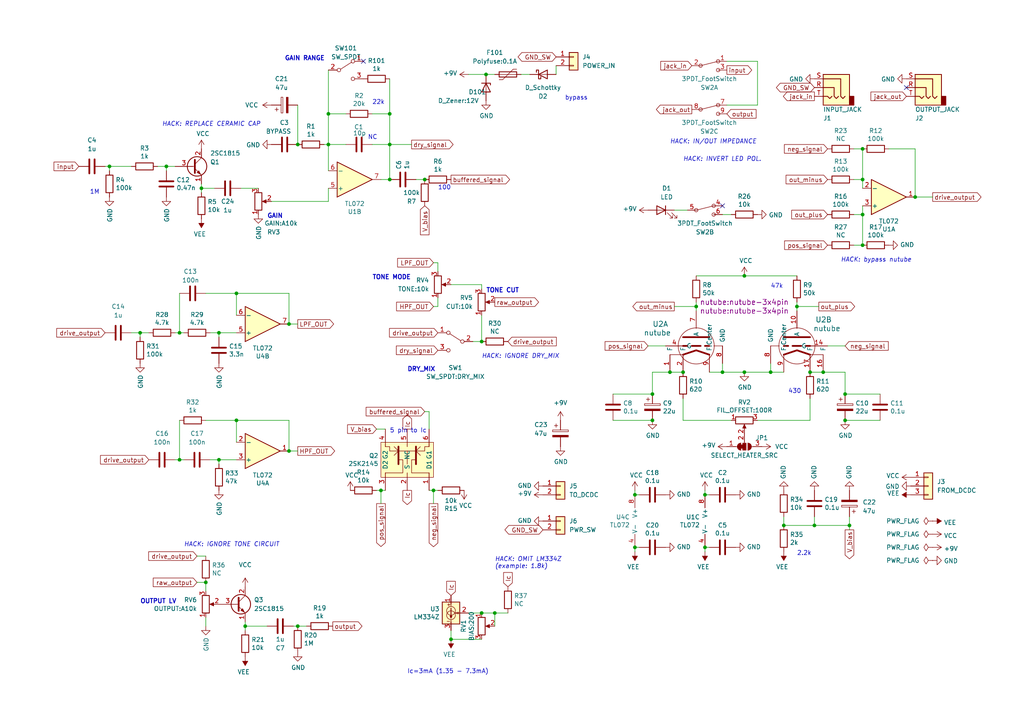
<source format=kicad_sch>
(kicad_sch (version 20211123) (generator eeschema)
  (paper "A4")
  (title_block (title "drive (nubuf v3) main board") (company "MST/MESOTOKYO"))
  (lib_symbols
    (symbol "3PDT_FootSwitch_1"
      (property "Reference" "SW" (at 0 -3.81 0))
      (property "Value" "3PDT_FootSwitch_1" (at 0 5.08 0))
      (symbol "3PDT_FootSwitch_1_1_1"
        (pin bidirectional line (at 5.08 1.27 180) (length 2.54) (name "") (number "1"))
        (pin bidirectional line (at -5.08 0 0) (length 2.54) (name "") (number "2"))
        (pin bidirectional line (at 5.08 -1.27 180) (length 2.54) (name "") (number "3"))
      )
      (symbol "3PDT_FootSwitch_1_2_1"
        (pin bidirectional line (at 5.08 1.27 180) (length 2.54) (name "") (number "4"))
        (pin bidirectional line (at -5.08 0 0) (length 2.54) (name "") (number "5"))
        (pin bidirectional line (at 5.08 -1.27 180) (length 2.54) (name "") (number "6"))
      )
      (symbol "3PDT_FootSwitch_1_3_1"
        (pin bidirectional line (at 5.08 1.27 180) (length 2.54) (name "") (number "7"))
        (pin bidirectional line (at -5.08 0 0) (length 2.54) (name "") (number "8"))
        (pin bidirectional line (at 5.08 -1.27 180) (length 2.54) (name "") (number "9"))
      )
    )
    (symbol "3PDT_FootSwitch_2"
      (property "Reference" "SW" (at 0 -3.81 0))
      (property "Value" "3PDT_FootSwitch_2" (at 0 5.08 0))
      (symbol "3PDT_FootSwitch_2_1_1"
        (pin bidirectional line (at 5.08 1.27 180) (length 2.54) (name "") (number "1"))
        (pin bidirectional line (at -5.08 0 0) (length 2.54) (name "") (number "2"))
        (pin bidirectional line (at 5.08 -1.27 180) (length 2.54) (name "") (number "3"))
      )
      (symbol "3PDT_FootSwitch_2_2_1"
        (pin bidirectional line (at 5.08 1.27 180) (length 2.54) (name "") (number "4"))
        (pin bidirectional line (at -5.08 0 0) (length 2.54) (name "") (number "5"))
        (pin bidirectional line (at 5.08 -1.27 180) (length 2.54) (name "") (number "6"))
      )
      (symbol "3PDT_FootSwitch_2_3_1"
        (pin bidirectional line (at 5.08 1.27 180) (length 2.54) (name "") (number "7"))
        (pin bidirectional line (at -5.08 0 0) (length 2.54) (name "") (number "8"))
        (pin bidirectional line (at 5.08 -1.27 180) (length 2.54) (name "") (number "9"))
      )
    )
    (symbol "Amplifier_Operational:TL072" (pin_names (offset 0.127))
      (property "Reference" "U" (at 0 5.08 0))
      (property "Value" "TL072" (at 0 -5.08 0))
      (symbol "TL072_1_1"
        (pin output line (at 7.62 0 180) (length 2.54) (name "~") (number "1"))
        (pin input line (at -7.62 -2.54 0) (length 2.54) (name "-") (number "2"))
        (pin input line (at -7.62 2.54 0) (length 2.54) (name "+") (number "3"))
      )
      (symbol "TL072_2_1"
        (pin input line (at -7.62 2.54 0) (length 2.54) (name "+") (number "5"))
        (pin input line (at -7.62 -2.54 0) (length 2.54) (name "-") (number "6"))
        (pin output line (at 7.62 0 180) (length 2.54) (name "~") (number "7"))
      )
      (symbol "TL072_3_1"
        (pin power_in line (at -2.54 -7.62 90) (length 3.81) (name "V-") (number "4"))
        (pin power_in line (at -2.54 7.62 270) (length 3.81) (name "V+") (number "8"))
      )
    )
    (symbol "Connector:AudioJack3"
      (property "Reference" "J" (at 0 8.89 0))
      (property "Value" "AudioJack3" (at 0 6.35 0))
      (symbol "AudioJack3_1_1"
        (pin passive line (at 5.08 0 180) (length 2.54) (name "~") (number "R"))
        (pin passive line (at 5.08 2.54 180) (length 2.54) (name "~") (number "S"))
        (pin passive line (at 5.08 -2.54 180) (length 2.54) (name "~") (number "T"))
      )
    )
    (symbol "Connector_Generic:Conn_01x02" (pin_names (offset 1.016) hide)
      (property "Reference" "J" (at 0 2.54 0))
      (property "Value" "Conn_01x02" (at 0 -5.08 0))
      (symbol "Conn_01x02_1_1"
        (pin passive line (at -5.08 0 0) (length 3.81) (name "Pin_1") (number "1"))
        (pin passive line (at -5.08 -2.54 0) (length 3.81) (name "Pin_2") (number "2"))
      )
    )
    (symbol "Connector_Generic:Conn_01x03" (pin_names (offset 1.016) hide)
      (property "Reference" "J" (at 0 5.08 0))
      (property "Value" "Conn_01x03" (at 0 -5.08 0))
      (symbol "Conn_01x03_1_1"
        (pin passive line (at -5.08 2.54 0) (length 3.81) (name "Pin_1") (number "1"))
        (pin passive line (at -5.08 0 0) (length 3.81) (name "Pin_2") (number "2"))
        (pin passive line (at -5.08 -2.54 0) (length 3.81) (name "Pin_3") (number "3"))
      )
    )
    (symbol "Device:C" (pin_numbers hide) (pin_names (offset 0.254))
      (property "Reference" "C" (at 0.635 2.54 0))
      (property "Value" "C" (at 0.635 -2.54 0))
      (symbol "C_1_1"
        (pin passive line (at 0 3.81 270) (length 2.794) (name "~") (number "1"))
        (pin passive line (at 0 -3.81 90) (length 2.794) (name "~") (number "2"))
      )
    )
    (symbol "Device:C_Polarized" (pin_numbers hide) (pin_names (offset 0.254))
      (property "Reference" "C" (at 0.635 2.54 0))
      (property "Value" "C_Polarized" (at 0.635 -2.54 0))
      (symbol "C_Polarized_1_1"
        (pin passive line (at 0 3.81 270) (length 2.794) (name "~") (number "1"))
        (pin passive line (at 0 -3.81 90) (length 2.794) (name "~") (number "2"))
      )
    )
    (symbol "Device:D_Schottky" (pin_numbers hide) (pin_names (offset 1.016) hide)
      (property "Reference" "D" (at 0 2.54 0))
      (property "Value" "D_Schottky" (at 0 -2.54 0))
      (symbol "D_Schottky_1_1"
        (pin passive line (at -3.81 0 0) (length 2.54) (name "K") (number "1"))
        (pin passive line (at 3.81 0 180) (length 2.54) (name "A") (number "2"))
      )
    )
    (symbol "Device:D_Zener" (pin_numbers hide) (pin_names (offset 1.016) hide)
      (property "Reference" "D" (at 0 2.54 0))
      (property "Value" "D_Zener" (at 0 -2.54 0))
      (symbol "D_Zener_1_1"
        (pin passive line (at -3.81 0 0) (length 2.54) (name "K") (number "1"))
        (pin passive line (at 3.81 0 180) (length 2.54) (name "A") (number "2"))
      )
    )
    (symbol "Device:LED" (pin_numbers hide) (pin_names (offset 1.016) hide)
      (property "Reference" "D" (at 0 2.54 0))
      (property "Value" "LED" (at 0 -2.54 0))
      (symbol "LED_1_1"
        (pin passive line (at -3.81 0 0) (length 2.54) (name "K") (number "1"))
        (pin passive line (at 3.81 0 180) (length 2.54) (name "A") (number "2"))
      )
    )
    (symbol "Device:Polyfuse" (pin_numbers hide) (pin_names (offset 0))
      (property "Reference" "F" (at -2.54 0 90))
      (property "Value" "Polyfuse" (at 2.54 0 90))
      (symbol "Polyfuse_1_1"
        (pin passive line (at 0 3.81 270) (length 1.27) (name "~") (number "1"))
        (pin passive line (at 0 -3.81 90) (length 1.27) (name "~") (number "2"))
      )
    )
    (symbol "Device:R" (pin_numbers hide) (pin_names (offset 0))
      (property "Reference" "R" (at 2.032 0 90))
      (property "Value" "R" (at 0 0 90))
      (symbol "R_1_1"
        (pin passive line (at 0 3.81 270) (length 1.27) (name "~") (number "1"))
        (pin passive line (at 0 -3.81 90) (length 1.27) (name "~") (number "2"))
      )
    )
    (symbol "Device:R_Potentiometer" (pin_names (offset 1.016) hide)
      (property "Reference" "RV" (at -4.445 0 90))
      (property "Value" "R_Potentiometer" (at -2.54 0 90))
      (symbol "R_Potentiometer_1_1"
        (pin passive line (at 0 3.81 270) (length 1.27) (name "1") (number "1"))
        (pin passive line (at 3.81 0 180) (length 1.27) (name "2") (number "2"))
        (pin passive line (at 0 -3.81 90) (length 1.27) (name "3") (number "3"))
      )
    )
    (symbol "Jumper:SolderJumper_3_Bridged12" (pin_names (offset 0) hide)
      (property "Reference" "JP" (at -2.54 -2.54 0))
      (property "Value" "SolderJumper_3_Bridged12" (at 0 2.794 0))
      (symbol "SolderJumper_3_Bridged12_1_1"
        (pin passive line (at -5.08 0 0) (length 2.54) (name "A") (number "1"))
        (pin passive line (at 0 -3.81 90) (length 2.54) (name "C") (number "2"))
        (pin passive line (at 5.08 0 180) (length 2.54) (name "B") (number "3"))
      )
    )
    (symbol "Reference_Current:LM334Z"
      (property "Reference" "U" (at 0.635 6.35 0))
      (property "Value" "LM334Z" (at 0.635 4.445 0))
      (symbol "LM334Z_1_1"
        (pin passive line (at 0 5.08 270) (length 2.54) (name "~") (number "1"))
        (pin passive line (at 5.08 0 180) (length 2.54) (name "~") (number "2"))
        (pin passive line (at 0 -5.08 90) (length 2.54) (name "~") (number "3"))
      )
    )
    (symbol "Switch:SW_SPDT" (pin_names (offset 0) hide)
      (property "Reference" "SW" (at 0 4.318 0))
      (property "Value" "SW_SPDT" (at 0 -5.08 0))
      (symbol "SW_SPDT_1_1"
        (pin passive line (at 5.08 2.54 180) (length 2.54) (name "A") (number "1"))
        (pin passive line (at -5.08 0 0) (length 2.54) (name "B") (number "2"))
        (pin passive line (at 5.08 -2.54 180) (length 2.54) (name "C") (number "3"))
      )
    )
    (symbol "Transistor_BJT:2SC1815" (pin_names (offset 0) hide)
      (property "Reference" "Q" (at 5.08 1.905 0))
      (property "Value" "2SC1815" (at 5.08 0 0))
      (symbol "2SC1815_1_1"
        (pin passive line (at 2.54 -5.08 90) (length 2.54) (name "E") (number "1"))
        (pin passive line (at 2.54 5.08 270) (length 2.54) (name "C") (number "2"))
        (pin input line (at -5.08 0 0) (length 5.08) (name "B") (number "3"))
      )
    )
    (symbol "ak_misc:2SK2145_6P" (pin_names (offset 1.016))
      (property "Reference" "Q" (at 8.89 1.27 0))
      (property "Value" "2SK2145_6P" (at 13.97 -1.27 0))
      (symbol "2SK2145_6P_1_1"
        (pin passive line (at -6.35 -8.89 90) (length 5.08) (name "D1") (number "1"))
        (pin passive line (at 0 -8.89 90) (length 5.08) (name "S") (number "2"))
        (pin passive line (at 6.35 -8.89 90) (length 5.08) (name "D2") (number "3"))
        (pin passive line (at 6.35 8.89 270) (length 5.08) (name "G2") (number "4"))
        (pin passive line (at 0 8.89 270) (length 5.08) (name "NC") (number "5"))
        (pin passive line (at -6.35 8.89 270) (length 5.08) (name "G1") (number "6"))
      )
    )
    (symbol "ak_misc:3PDT_FootSwitch"
      (property "Reference" "SW" (at 0 -3.81 0))
      (property "Value" "3PDT_FootSwitch" (at 0 5.08 0))
      (symbol "3PDT_FootSwitch_1_1"
        (pin bidirectional line (at 5.08 1.27 180) (length 2.54) (name "") (number "1"))
        (pin bidirectional line (at -5.08 0 0) (length 2.54) (name "") (number "2"))
        (pin bidirectional line (at 5.08 -1.27 180) (length 2.54) (name "") (number "3"))
      )
      (symbol "3PDT_FootSwitch_2_1"
        (pin bidirectional line (at 5.08 1.27 180) (length 2.54) (name "") (number "4"))
        (pin bidirectional line (at -5.08 0 0) (length 2.54) (name "") (number "5"))
        (pin bidirectional line (at 5.08 -1.27 180) (length 2.54) (name "") (number "6"))
      )
      (symbol "3PDT_FootSwitch_3_1"
        (pin bidirectional line (at 5.08 1.27 180) (length 2.54) (name "") (number "7"))
        (pin bidirectional line (at -5.08 0 0) (length 2.54) (name "") (number "8"))
        (pin bidirectional line (at 5.08 -1.27 180) (length 2.54) (name "") (number "9"))
      )
    )
    (symbol "nutube:nutube" (pin_names (offset 1.016))
      (property "Reference" "U" (at 5.08 6.35 0))
      (property "Value" "nutube" (at 5.08 8.89 0))
      (symbol "nutube_0_1"
        (pin power_in line (at 7.62 -5.08 90) (length 5.08) (name "GND") (number "8"))
        (pin passive line (at 3.81 -7.62 90) (length 5.08) (name "F.Center") (number "9"))
      )
      (symbol "nutube_1_1"
        (pin passive line (at -7.62 -7.62 90) (length 5.08) (name "F") (number "1"))
        (pin passive line (at -3.81 -7.62 90) (length 5.08) (name "F") (number "2"))
        (pin input line (at -8.89 0 0) (length 5.08) (name "G") (number "4"))
        (pin output line (at 0 10.16 270) (length 5.08) (name "A") (number "7"))
      )
      (symbol "nutube_2_1"
        (pin output line (at 0 10.16 270) (length 5.08) (name "A") (number "10"))
        (pin input line (at -8.89 0 0) (length 5.08) (name "G") (number "14"))
        (pin passive line (at -7.62 -7.62 90) (length 5.08) (name "F") (number "16"))
        (pin passive line (at -3.81 -7.62 90) (length 5.08) (name "F") (number "17"))
      )
    )
    (symbol "nutube_1" (pin_names (offset 1.016))
      (property "Reference" "U" (at 5.08 6.35 0))
      (property "Value" "nutube_1" (at 5.08 8.89 0))
      (symbol "nutube_1_0_1"
        (pin power_in line (at 7.62 -5.08 90) (length 5.08) (name "GND") (number "8"))
        (pin passive line (at 3.81 -7.62 90) (length 5.08) (name "F.Center") (number "9"))
      )
      (symbol "nutube_1_1_1"
        (pin passive line (at -7.62 -7.62 90) (length 5.08) (name "F") (number "1"))
        (pin passive line (at -3.81 -7.62 90) (length 5.08) (name "F") (number "2"))
        (pin input line (at -8.89 0 0) (length 5.08) (name "G") (number "4"))
        (pin output line (at 0 10.16 270) (length 5.08) (name "A") (number "7"))
      )
      (symbol "nutube_1_2_1"
        (pin output line (at 0 10.16 270) (length 5.08) (name "A") (number "10"))
        (pin input line (at -8.89 0 0) (length 5.08) (name "G") (number "14"))
        (pin passive line (at -7.62 -7.62 90) (length 5.08) (name "F") (number "16"))
        (pin passive line (at -3.81 -7.62 90) (length 5.08) (name "F") (number "17"))
      )
    )
    (symbol "power:+9V" (power) (pin_names (offset 0))
      (property "Value" "+9V" (at 0 3.556 0))
      (symbol "+9V_1_1"
        (pin power_in line (at 0 0 90) (length 0) hide (name "+9V") (number "1"))
      )
    )
    (symbol "power:GND" (power) (pin_names (offset 0))
      (property "Value" "GND" (at 0 -3.81 0))
      (symbol "GND_1_1"
        (pin power_in line (at 0 0 270) (length 0) hide (name "GND") (number "1"))
      )
    )
    (symbol "power:PWR_FLAG" (power) (pin_numbers hide) (pin_names (offset 0) hide)
      (property "Value" "PWR_FLAG" (at 0 3.81 0))
      (symbol "PWR_FLAG_0_0"
        (pin power_out line (at 0 0 90) (length 0) (name "pwr") (number "1"))
      )
    )
    (symbol "power:VCC" (power) (pin_names (offset 0))
      (property "Value" "VCC" (at 0 3.81 0))
      (symbol "VCC_1_1"
        (pin power_in line (at 0 0 90) (length 0) hide (name "VCC") (number "1"))
      )
    )
    (symbol "power:VEE" (power) (pin_names (offset 0))
      (property "Value" "VEE" (at 0 3.81 0))
      (symbol "VEE_1_1"
        (pin power_in line (at 0 0 90) (length 0) hide (name "VEE") (number "1"))
      )
    )
  )
  (junction (at 48.26 48.26))
  (junction (at 265.43 57.15))
  (junction (at 40.64 96.52))
  (junction (at 198.12 107.95))
  (junction (at 110.49 142.24))
  (junction (at 71.12 181.61))
  (junction (at 125.73 142.24))
  (junction (at 83.82 93.98))
  (junction (at 194.31 107.95))
  (junction (at 95.25 41.91))
  (junction (at 250.19 52.07))
  (junction (at 245.11 121.92))
  (junction (at 59.69 168.91))
  (junction (at 63.5 96.52))
  (junction (at 215.9 107.95))
  (junction (at 83.82 130.81))
  (junction (at 113.03 33.02))
  (junction (at 204.47 158.75))
  (junction (at 250.19 62.23))
  (junction (at 250.19 71.12))
  (junction (at 113.03 52.07))
  (junction (at 113.03 41.91))
  (junction (at 95.25 33.02))
  (junction (at 250.19 43.18))
  (junction (at 86.36 41.91))
  (junction (at 236.22 152.4))
  (junction (at 68.58 85.09))
  (junction (at 189.23 121.92))
  (junction (at 238.76 107.95))
  (junction (at 209.55 107.95))
  (junction (at 31.75 48.26))
  (junction (at 139.7 177.8))
  (junction (at 86.36 181.61))
  (junction (at 227.33 152.4))
  (junction (at 140.97 21.59))
  (junction (at 184.15 143.51))
  (junction (at 201.93 88.9))
  (junction (at 246.38 152.4))
  (junction (at 139.7 99.06))
  (junction (at 52.07 133.35))
  (junction (at 58.42 54.61))
  (junction (at 189.23 114.3))
  (junction (at 204.47 143.51))
  (junction (at 143.51 177.8))
  (junction (at 215.9 80.01))
  (junction (at 130.81 185.42))
  (junction (at 231.14 88.9))
  (junction (at 63.5 133.35))
  (junction (at 234.95 107.95))
  (junction (at 68.58 121.92))
  (junction (at 223.52 107.95))
  (junction (at 123.19 52.07))
  (junction (at 184.15 158.75))
  (junction (at 245.11 114.3))
  (junction (at 52.07 96.52))
  (no_connect (at 262.89 25.4))
  (no_connect (at 105.41 17.78))
  (no_connect (at 209.55 59.69))
  (wire (pts (xy 125.73 142.24) (xy 125.73 146.05)))
  (wire (pts (xy 68.58 121.92) (xy 83.82 121.92)))
  (wire (pts (xy 85.09 181.61) (xy 86.36 181.61)))
  (wire (pts (xy 185.42 143.51) (xy 184.15 143.51)))
  (wire (pts (xy 185.42 158.75) (xy 184.15 158.75)))
  (wire (pts (xy 127 86.36) (xy 127 88.9)))
  (wire (pts (xy 78.74 58.42) (xy 95.25 58.42)))
  (wire (pts (xy 58.42 54.61) (xy 58.42 55.88)))
  (wire (pts (xy 113.03 41.91) (xy 113.03 52.07)))
  (wire (pts (xy 107.95 33.02) (xy 113.03 33.02)))
  (wire (pts (xy 48.26 48.26) (xy 48.26 49.53)))
  (wire (pts (xy 250.19 62.23) (xy 250.19 71.12)))
  (wire (pts (xy 151.13 21.59) (xy 153.67 21.59)))
  (wire (pts (xy 189.23 107.95) (xy 189.23 114.3)))
  (wire (pts (xy 125.73 142.24) (xy 124.46 142.24)))
  (wire (pts (xy 255.27 114.3) (xy 245.11 114.3)))
  (wire (pts (xy 201.93 88.9) (xy 201.93 87.63)))
  (wire (pts (xy 198.12 121.92) (xy 198.12 115.57)))
  (wire (pts (xy 223.52 107.95) (xy 215.9 107.95)))
  (wire (pts (xy 231.14 88.9) (xy 231.14 87.63)))
  (wire (pts (xy 52.07 85.09) (xy 52.07 96.52)))
  (wire (pts (xy 212.09 62.23) (xy 209.55 62.23)))
  (wire (pts (xy 140.97 21.59) (xy 143.51 21.59)))
  (wire (pts (xy 113.03 33.02) (xy 113.03 41.91)))
  (wire (pts (xy 139.7 83.82) (xy 139.7 82.55)))
  (wire (pts (xy 205.74 143.51) (xy 204.47 143.51)))
  (wire (pts (xy 250.19 52.07) (xy 250.19 54.61)))
  (wire (pts (xy 250.19 59.69) (xy 250.19 62.23)))
  (wire (pts (xy 130.81 185.42) (xy 139.7 185.42)))
  (wire (pts (xy 50.8 96.52) (xy 52.07 96.52)))
  (wire (pts (xy 30.48 48.26) (xy 31.75 48.26)))
  (wire (pts (xy 62.23 54.61) (xy 58.42 54.61)))
  (wire (pts (xy 57.15 168.91) (xy 59.69 168.91)))
  (wire (pts (xy 137.16 99.06) (xy 139.7 99.06)))
  (wire (pts (xy 40.64 96.52) (xy 43.18 96.52)))
  (wire (pts (xy 257.81 43.18) (xy 265.43 43.18)))
  (wire (pts (xy 227.33 152.4) (xy 236.22 152.4)))
  (wire (pts (xy 86.36 30.48) (xy 86.36 41.91)))
  (wire (pts (xy 193.04 100.33) (xy 187.96 100.33)))
  (wire (pts (xy 215.9 80.01) (xy 201.93 80.01)))
  (wire (pts (xy 63.5 96.52) (xy 68.58 96.52)))
  (wire (pts (xy 201.93 90.17) (xy 201.93 88.9)))
  (wire (pts (xy 59.69 121.92) (xy 68.58 121.92)))
  (wire (pts (xy 227.33 107.95) (xy 223.52 107.95)))
  (wire (pts (xy 63.5 133.35) (xy 63.5 134.62)))
  (wire (pts (xy 48.26 48.26) (xy 50.8 48.26)))
  (wire (pts (xy 110.49 142.24) (xy 110.49 146.05)))
  (wire (pts (xy 111.76 142.24) (xy 110.49 142.24)))
  (wire (pts (xy 234.95 115.57) (xy 234.95 121.92)))
  (wire (pts (xy 95.25 54.61) (xy 95.25 58.42)))
  (wire (pts (xy 50.8 133.35) (xy 52.07 133.35)))
  (wire (pts (xy 110.49 142.24) (xy 109.22 142.24)))
  (wire (pts (xy 71.12 181.61) (xy 71.12 180.34)))
  (wire (pts (xy 247.65 71.12) (xy 250.19 71.12)))
  (wire (pts (xy 59.69 85.09) (xy 68.58 85.09)))
  (wire (pts (xy 52.07 133.35) (xy 53.34 133.35)))
  (wire (pts (xy 83.82 130.81) (xy 86.36 130.81)))
  (wire (pts (xy 231.14 80.01) (xy 215.9 80.01)))
  (wire (pts (xy 139.7 91.44) (xy 139.7 99.06)))
  (wire (pts (xy 204.47 158.75) (xy 204.47 160.02)))
  (wire (pts (xy 143.51 177.8) (xy 147.32 177.8)))
  (wire (pts (xy 60.96 133.35) (xy 63.5 133.35)))
  (wire (pts (xy 127 78.74) (xy 127 76.2)))
  (wire (pts (xy 250.19 62.23) (xy 247.65 62.23)))
  (wire (pts (xy 95.25 20.32) (xy 95.25 33.02)))
  (wire (pts (xy 110.49 52.07) (xy 113.03 52.07)))
  (wire (pts (xy 127 142.24) (xy 125.73 142.24)))
  (wire (pts (xy 57.15 161.29) (xy 59.69 161.29)))
  (wire (pts (xy 68.58 85.09) (xy 83.82 85.09)))
  (wire (pts (xy 31.75 48.26) (xy 38.1 48.26)))
  (wire (pts (xy 246.38 149.86) (xy 246.38 152.4)))
  (wire (pts (xy 95.25 41.91) (xy 95.25 33.02)))
  (wire (pts (xy 58.42 53.34) (xy 58.42 54.61)))
  (wire (pts (xy 130.81 182.88) (xy 130.81 185.42)))
  (wire (pts (xy 68.58 128.27) (xy 68.58 121.92)))
  (wire (pts (xy 201.93 88.9) (xy 195.58 88.9)))
  (wire (pts (xy 245.11 107.95) (xy 245.11 114.3)))
  (wire (pts (xy 236.22 152.4) (xy 246.38 152.4)))
  (wire (pts (xy 135.89 177.8) (xy 139.7 177.8)))
  (wire (pts (xy 194.31 107.95) (xy 198.12 107.95)))
  (wire (pts (xy 265.43 43.18) (xy 265.43 57.15)))
  (wire (pts (xy 184.15 158.75) (xy 184.15 160.02)))
  (wire (pts (xy 209.55 107.95) (xy 215.9 107.95)))
  (wire (pts (xy 199.39 60.96) (xy 195.58 60.96)))
  (wire (pts (xy 109.22 124.46) (xy 111.76 124.46)))
  (wire (pts (xy 238.76 107.95) (xy 245.11 107.95)))
  (wire (pts (xy 209.55 105.41) (xy 209.55 107.95)))
  (wire (pts (xy 227.33 149.86) (xy 227.33 152.4)))
  (wire (pts (xy 40.64 96.52) (xy 40.64 97.79)))
  (wire (pts (xy 265.43 57.15) (xy 270.51 57.15)))
  (wire (pts (xy 210.82 30.48) (xy 219.71 30.48)))
  (wire (pts (xy 60.96 96.52) (xy 63.5 96.52)))
  (wire (pts (xy 95.25 41.91) (xy 95.25 49.53)))
  (wire (pts (xy 93.98 41.91) (xy 95.25 41.91)))
  (wire (pts (xy 107.95 41.91) (xy 113.03 41.91)))
  (wire (pts (xy 198.12 121.92) (xy 212.09 121.92)))
  (wire (pts (xy 113.03 22.86) (xy 113.03 33.02)))
  (wire (pts (xy 219.71 17.78) (xy 219.71 30.48)))
  (wire (pts (xy 77.47 181.61) (xy 71.12 181.61)))
  (wire (pts (xy 177.8 114.3) (xy 189.23 114.3)))
  (wire (pts (xy 205.74 107.95) (xy 209.55 107.95)))
  (wire (pts (xy 234.95 107.95) (xy 238.76 107.95)))
  (wire (pts (xy 177.8 121.92) (xy 189.23 121.92)))
  (wire (pts (xy 143.51 177.8) (xy 143.51 181.61)))
  (wire (pts (xy 95.25 33.02) (xy 100.33 33.02)))
  (wire (pts (xy 161.29 19.05) (xy 161.29 21.59)))
  (wire (pts (xy 234.95 121.92) (xy 219.71 121.92)))
  (wire (pts (xy 59.69 171.45) (xy 59.69 168.91)))
  (wire (pts (xy 204.47 142.24) (xy 204.47 143.51)))
  (wire (pts (xy 59.69 179.07) (xy 59.69 181.61)))
  (wire (pts (xy 247.65 52.07) (xy 250.19 52.07)))
  (wire (pts (xy 52.07 121.92) (xy 52.07 133.35)))
  (wire (pts (xy 38.1 96.52) (xy 40.64 96.52)))
  (wire (pts (xy 246.38 152.4) (xy 246.38 153.67)))
  (wire (pts (xy 124.46 124.46) (xy 124.46 119.38)))
  (wire (pts (xy 31.75 48.26) (xy 31.75 49.53)))
  (wire (pts (xy 113.03 41.91) (xy 119.38 41.91)))
  (wire (pts (xy 236.22 149.86) (xy 236.22 152.4)))
  (wire (pts (xy 95.25 41.91) (xy 100.33 41.91)))
  (wire (pts (xy 250.19 43.18) (xy 250.19 52.07)))
  (wire (pts (xy 68.58 91.44) (xy 68.58 85.09)))
  (wire (pts (xy 255.27 121.92) (xy 245.11 121.92)))
  (wire (pts (xy 194.31 107.95) (xy 189.23 107.95)))
  (wire (pts (xy 231.14 88.9) (xy 237.49 88.9)))
  (wire (pts (xy 52.07 96.52) (xy 53.34 96.52)))
  (wire (pts (xy 184.15 142.24) (xy 184.15 143.51)))
  (wire (pts (xy 63.5 96.52) (xy 63.5 97.79)))
  (wire (pts (xy 63.5 133.35) (xy 68.58 133.35)))
  (wire (pts (xy 210.82 17.78) (xy 219.71 17.78)))
  (wire (pts (xy 69.85 54.61) (xy 74.93 54.61)))
  (wire (pts (xy 45.72 48.26) (xy 48.26 48.26)))
  (wire (pts (xy 125.73 76.2) (xy 127 76.2)))
  (wire (pts (xy 135.89 21.59) (xy 140.97 21.59)))
  (wire (pts (xy 205.74 158.75) (xy 204.47 158.75)))
  (wire (pts (xy 83.82 85.09) (xy 83.82 93.98)))
  (wire (pts (xy 120.65 52.07) (xy 123.19 52.07)))
  (wire (pts (xy 83.82 93.98) (xy 86.36 93.98)))
  (wire (pts (xy 245.11 100.33) (xy 240.03 100.33)))
  (wire (pts (xy 123.19 119.38) (xy 124.46 119.38)))
  (wire (pts (xy 223.52 105.41) (xy 223.52 107.95)))
  (wire (pts (xy 86.36 181.61) (xy 88.9 181.61)))
  (wire (pts (xy 247.65 43.18) (xy 250.19 43.18)))
  (wire (pts (xy 130.81 82.55) (xy 139.7 82.55)))
  (wire (pts (xy 125.73 88.9) (xy 127 88.9)))
  (wire (pts (xy 231.14 90.17) (xy 231.14 88.9)))
  (wire (pts (xy 83.82 130.81) (xy 83.82 121.92)))
  (wire (pts (xy 143.51 177.8) (xy 139.7 177.8)))
  (wire (pts (xy 71.12 181.61) (xy 71.12 182.88)))
  (text "GAIN RANGE" (at 82.55 17.78 0) (effects (font (size 1.27 1.27) (thickness 0.254) bold) (justify left bottom)))
  (text "GAIN" (at 77.47 63.5 0) (effects (font (size 1.27 1.27) (thickness 0.254) bold) (justify left bottom)))
  (text "HACK: REPLACE CERAMIC CAP" (at 46.99 36.83 0) (effects (font (size 1.27 1.27) italic) (justify left bottom)))
  (text "HACK: OMIT LM334Z\n(example: 1.8k)" (at 143.51 165.1 0) (effects (font (size 1.27 1.27) italic) (justify left bottom)))
  (text "TONE MODE" (at 107.95 81.28 0) (effects (font (size 1.27 1.27) bold) (justify left bottom)))
  (text "HACK: bypass nutube" (at 243.84 76.2 0) (effects (font (size 1.27 1.27) italic) (justify left bottom)))
  (text "DRY_MIX" (at 118.11 107.95 0) (effects (font (size 1.27 1.27) bold) (justify left bottom)))
  (text "5 pin to Ic\n" (at 113.03 125.73 0) (effects (font (size 1.27 1.27)) (justify left bottom)))
  (text "TONE CUT" (at 140.97 85.09 0) (effects (font (size 1.27 1.27) bold) (justify left bottom)))
  (text "1M" (at 26.035 56.515 0) (effects (font (size 1.27 1.27)) (justify left bottom)))
  (text "HACK: INVERT LED POL." (at 198.12 46.99 0) (effects (font (size 1.27 1.27) italic) (justify left bottom)))
  (text "bypass" (at 163.83 29.21 0) (effects (font (size 1.27 1.27)) (justify left bottom)))
  (text "Ic=3mA (1.35 - 7.3mA)" (at 118.11 195.58 0) (effects (font (size 1.27 1.27)) (justify left bottom)))
  (text "47k" (at 223.52 83.82 0) (effects (font (size 1.27 1.27)) (justify left bottom)))
  (text "100" (at 127 55.245 0) (effects (font (size 1.27 1.27)) (justify left bottom)))
  (text "HACK: IN/OUT IMPEDANCE" (at 194.31 41.91 0) (effects (font (size 1.27 1.27) italic) (justify left bottom)))
  (text "430" (at 228.6 114.3 0) (effects (font (size 1.27 1.27)) (justify left bottom)))
  (text "HACK: IGNORE TONE CIRCUIT" (at 53.34 158.75 0) (effects (font (size 1.27 1.27) italic) (justify left bottom)))
  (text "OUTPUT LV" (at 40.64 175.26 0) (effects (font (size 1.27 1.27) (thickness 0.254) bold) (justify left bottom)))
  (text "22k" (at 107.95 30.48 0) (effects (font (size 1.27 1.27)) (justify left bottom)))
  (text "NC" (at 106.68 40.64 0) (effects (font (size 1.27 1.27)) (justify left bottom)))
  (text "2.2k" (at 231.14 161.29 0) (effects (font (size 1.27 1.27)) (justify left bottom)))
  (text "HACK: IGNORE DRY_MIX" (at 139.7 104.14 0) (effects (font (size 1.27 1.27) italic) (justify left bottom)))
  (global_label "jack_in" (shape output) (at 236.22 27.94 180) (property "Intersheet References" "${INTERSHEET_REFS}" (effects hide)))
  (global_label "GND_SW" (shape bidirectional) (at 236.22 25.4 180) (property "Intersheet References" "${INTERSHEET_REFS}" (effects hide)))
  (global_label "out_plus" (shape output) (at 237.49 88.9 0) (property "Intersheet References" "${INTERSHEET_REFS}" (effects hide)))
  (global_label "HPF_OUT" (shape output) (at 86.36 130.81 0) (property "Intersheet References" "${INTERSHEET_REFS}" (effects hide)))
  (global_label "Ic" (shape input) (at 147.32 170.18 90) (property "Intersheet References" "${INTERSHEET_REFS}" (effects hide)))
  (global_label "output" (shape input) (at 210.82 33.02 0) (property "Intersheet References" "${INTERSHEET_REFS}" (effects hide)))
  (global_label "Ic" (shape input) (at 130.81 172.72 90) (property "Intersheet References" "${INTERSHEET_REFS}" (effects hide)))
  (global_label "Ic" (shape output) (at 118.11 124.46 90) (property "Intersheet References" "${INTERSHEET_REFS}" (effects hide)))
  (global_label "drive_output" (shape input) (at 30.48 96.52 180) (property "Intersheet References" "${INTERSHEET_REFS}" (effects hide)))
  (global_label "pos_signal" (shape output) (at 110.49 146.05 270) (property "Intersheet References" "${INTERSHEET_REFS}" (effects hide)))
  (global_label "Ic" (shape output) (at 118.11 142.24 270) (property "Intersheet References" "${INTERSHEET_REFS}" (effects hide)))
  (global_label "GND_SW" (shape bidirectional) (at 157.48 153.67 180) (property "Intersheet References" "${INTERSHEET_REFS}" (effects hide)))
  (global_label "V_bias" (shape input) (at 109.22 124.46 180) (property "Intersheet References" "${INTERSHEET_REFS}" (effects hide)))
  (global_label "jack_out" (shape output) (at 200.66 31.75 180) (property "Intersheet References" "${INTERSHEET_REFS}" (effects hide)))
  (global_label "neg_signal" (shape output) (at 125.73 146.05 270) (property "Intersheet References" "${INTERSHEET_REFS}" (effects hide)))
  (global_label "dry_signal" (shape input) (at 127 101.6 180) (property "Intersheet References" "${INTERSHEET_REFS}" (effects hide)))
  (global_label "input" (shape output) (at 210.82 20.32 0) (property "Intersheet References" "${INTERSHEET_REFS}" (effects hide)))
  (global_label "output" (shape output) (at 96.52 181.61 0) (property "Intersheet References" "${INTERSHEET_REFS}" (effects hide)))
  (global_label "raw_output" (shape output) (at 143.51 87.63 0) (property "Intersheet References" "${INTERSHEET_REFS}" (effects hide)))
  (global_label "jack_in" (shape input) (at 200.66 19.05 180) (property "Intersheet References" "${INTERSHEET_REFS}" (effects hide)))
  (global_label "drive_output" (shape input) (at 57.15 161.29 180) (property "Intersheet References" "${INTERSHEET_REFS}" (effects hide)))
  (global_label "input" (shape input) (at 22.86 48.26 180) (property "Intersheet References" "${INTERSHEET_REFS}" (effects hide)))
  (global_label "neg_signal" (shape input) (at 245.11 100.33 0) (property "Intersheet References" "${INTERSHEET_REFS}" (effects hide)))
  (global_label "out_minus" (shape output) (at 195.58 88.9 180) (property "Intersheet References" "${INTERSHEET_REFS}" (effects hide)))
  (global_label "buffered_signal" (shape input) (at 123.19 119.38 180) (property "Intersheet References" "${INTERSHEET_REFS}" (effects hide)))
  (global_label "dry_signal" (shape output) (at 119.38 41.91 0) (property "Intersheet References" "${INTERSHEET_REFS}" (effects hide)))
  (global_label "drive_output" (shape output) (at 270.51 57.15 0) (property "Intersheet References" "${INTERSHEET_REFS}" (effects hide)))
  (global_label "jack_out" (shape input) (at 262.89 27.94 180) (property "Intersheet References" "${INTERSHEET_REFS}" (effects hide)))
  (global_label "drive_output" (shape input) (at 147.32 99.06 0) (property "Intersheet References" "${INTERSHEET_REFS}" (effects hide)))
  (global_label "buffered_signal" (shape output) (at 130.81 52.07 0) (property "Intersheet References" "${INTERSHEET_REFS}" (effects hide)))
  (global_label "raw_output" (shape input) (at 57.15 168.91 180) (property "Intersheet References" "${INTERSHEET_REFS}" (effects hide)))
  (global_label "neg_signal" (shape input) (at 240.03 43.18 180) (property "Intersheet References" "${INTERSHEET_REFS}" (effects hide)))
  (global_label "V_bias" (shape output) (at 246.38 153.67 270) (property "Intersheet References" "${INTERSHEET_REFS}" (effects hide)))
  (global_label "LPF_OUT" (shape output) (at 86.36 93.98 0) (property "Intersheet References" "${INTERSHEET_REFS}" (effects hide)))
  (global_label "pos_signal" (shape input) (at 240.03 71.12 180) (property "Intersheet References" "${INTERSHEET_REFS}" (effects hide)))
  (global_label "HPF_OUT" (shape input) (at 125.73 88.9 180) (property "Intersheet References" "${INTERSHEET_REFS}" (effects hide)))
  (global_label "out_plus" (shape input) (at 240.03 62.23 180) (property "Intersheet References" "${INTERSHEET_REFS}" (effects hide)))
  (global_label "pos_signal" (shape input) (at 187.96 100.33 180) (property "Intersheet References" "${INTERSHEET_REFS}" (effects hide)))
  (global_label "V_bias" (shape input) (at 123.19 59.69 270) (property "Intersheet References" "${INTERSHEET_REFS}" (effects hide)))
  (global_label "LPF_OUT" (shape input) (at 125.73 76.2 180) (property "Intersheet References" "${INTERSHEET_REFS}" (effects hide)))
  (global_label "drive_output" (shape input) (at 127 96.52 180) (property "Intersheet References" "${INTERSHEET_REFS}" (effects hide)))
  (global_label "drive_output" (shape input) (at 43.18 133.35 180) (property "Intersheet References" "${INTERSHEET_REFS}" (effects hide)))
  (global_label "GND_SW" (shape bidirectional) (at 161.29 16.51 180) (property "Intersheet References" "${INTERSHEET_REFS}" (effects hide)))
  (global_label "out_minus" (shape input) (at 240.03 52.07 180) (property "Intersheet References" "${INTERSHEET_REFS}" (effects hide)))
  (symbol (lib_id "power:GND") (at 257.81 71.12 90) (unit 1)
    (property "Reference" "#PWR051" (effects hide))
    (property "Value" "GND" (at 261.0612 70.993 90) (effects (justify right)))
  )
  (symbol (lib_id "power:VEE") (at 184.15 160.02 180) (unit 1)
    (property "Reference" "#PWR027" (effects hide))
    (property "Value" "VEE" (at 183.6928 164.4142 0))
  )
  (symbol (lib_id "power:PWR_FLAG") (at 270.51 154.94 90) (unit 1)
    (property "Reference" "#FLG02" (effects hide))
    (property "Value" "PWR_FLAG" (at 266.7 154.9399 90) (effects (justify left)))
  )
  (symbol (lib_id "power:VEE") (at 204.47 160.02 180) (unit 1)
    (property "Reference" "#PWR09" (effects hide))
    (property "Value" "VEE" (at 204.0128 164.4142 0))
  )
  (symbol (lib_id "power:GND") (at 213.36 143.51 90) (unit 1)
    (property "Reference" "#PWR04" (effects hide))
    (property "Value" "GND" (at 216.6112 143.383 90) (effects (justify right)))
  )
  (symbol (lib_id "Amplifier_Operational:TL072") (at 181.61 151.13 0) (mirror y) (unit 3)
    (property "Reference" "U4" (at 182.6768 149.9616 0) (effects (justify left)))
    (property "Value" "TL072" (at 182.6768 152.273 0) (effects (justify left)))
    (property "Footprint" "Package_DIP:DIP-8_W7.62mm" (effects hide))
    (property "Datasheet" "http://www.ti.com/lit/ds/symlink/tl071.pdf" (effects hide))
  )
  (symbol (lib_id "power:+9V") (at 162.56 121.92 0) (unit 1)
    (property "Reference" "#PWR034" (effects hide))
    (property "Value" "+9V" (at 162.56 116.84 0))
  )
  (symbol (lib_id "power:VEE") (at 58.42 63.5 180) (unit 1)
    (property "Reference" "#PWR012" (effects hide))
    (property "Value" "VEE" (at 57.9628 67.8942 0))
  )
  (symbol (lib_id "Device:R") (at 227.33 146.05 180) (unit 1)
    (property "Reference" "R34" (at 229.108 144.8816 0) (effects (justify right)))
    (property "Value" "10k" (at 229.108 147.193 0) (effects (justify right)))
    (property "Footprint" "ak_misc:R_Axial_DIN0207_L6.3mm_D2.5mm_P7.62mm_with_SMD" (effects hide))
  )
  (symbol (lib_id "Device:C") (at 57.15 133.35 90) (unit 1)
    (property "Reference" "C17" (at 57.15 125.73 90))
    (property "Value" "100n" (at 57.15 128.27 90))
    (property "Footprint" "Capacitor_THT:C_Rect_L7.0mm_W2.5mm_P5.00mm" (effects hide))
  )
  (symbol (lib_id "power:GND") (at 140.97 29.21 0) (unit 1)
    (property "Reference" "#PWR0101" (effects hide))
    (property "Value" "GND" (at 141.097 33.6042 0))
  )
  (symbol (lib_id "Device:R") (at 143.51 99.06 270) (unit 1)
    (property "Reference" "R30" (at 143.51 93.8022 90))
    (property "Value" "NC" (at 143.51 96.1136 90))
    (property "Footprint" "ak_misc:R_Axial_DIN0207_L6.3mm_D2.5mm_P7.62mm_with_SMD" (effects hide))
  )
  (symbol (lib_id "Device:R") (at 201.93 83.82 180) (unit 1)
    (property "Reference" "R8" (at 203.708 82.6516 0) (effects (justify right)))
    (property "Value" "50k" (at 203.708 84.963 0) (effects (justify right)))
    (property "Footprint" "ak_misc:R_Axial_DIN0207_L6.3mm_D2.5mm_P7.62mm_with_SMD" (effects hide))
  )
  (symbol (lib_name "3PDT_FootSwitch_2") (lib_id "ak_misc:3PDT_FootSwitch") (at 204.47 60.96 0) (unit 2)
    (property "Reference" "SW2" (at 204.47 67.31 0))
    (property "Value" "3PDT_FootSwitch" (at 204.47 64.77 0))
    (property "Footprint" "ak_misc:3PDT_FootSwitch" (effects hide))
  )
  (symbol (lib_id "Device:R") (at 63.5 138.43 180) (unit 1)
    (property "Reference" "R33" (at 65.278 137.2616 0) (effects (justify right)))
    (property "Value" "47k" (at 65.278 139.573 0) (effects (justify right)))
    (property "Footprint" "ak_misc:R_Axial_DIN0207_L6.3mm_D2.5mm_P7.62mm_with_SMD" (effects hide))
  )
  (symbol (lib_id "Device:R") (at 109.22 22.86 270) (unit 1)
    (property "Reference" "R101" (at 109.22 17.6022 90))
    (property "Value" "1k" (at 109.22 19.9136 90))
    (property "Footprint" "ak_misc:R_Axial_DIN0207_L6.3mm_D2.5mm_P7.62mm_with_SMD" (effects hide))
  )
  (symbol (lib_id "Device:R") (at 243.84 62.23 270) (unit 1)
    (property "Reference" "R16" (at 243.84 56.9722 90))
    (property "Value" "100k" (at 243.84 59.2836 90))
    (property "Footprint" "ak_misc:R_Axial_DIN0207_L6.3mm_D2.5mm_P7.62mm_with_SMD" (effects hide))
  )
  (symbol (lib_id "Device:C") (at 116.84 52.07 90) (unit 1)
    (property "Reference" "C6" (at 115.6716 49.149 0) (effects (justify left)))
    (property "Value" "1u" (at 117.983 49.149 0) (effects (justify left)))
    (property "Footprint" "ak_misc:C_Rect_L7.2mm_W7.2mm_P5.00mm_with_SMD_3216" (effects hide))
  )
  (symbol (lib_id "power:VCC") (at 204.47 142.24 0) (unit 1)
    (property "Reference" "#PWR01" (effects hide))
    (property "Value" "VCC" (at 204.9018 137.8458 0))
  )
  (symbol (lib_name "nutube_1") (lib_id "nutube:nutube") (at 231.14 100.33 0) (mirror y) (unit 2)
    (property "Reference" "U2" (at 241.3 92.71 0) (effects (font (size 1.524 1.524)) (justify left)))
    (property "Value" "nutube" (at 243.84 95.25 0) (effects (font (size 1.524 1.524)) (justify left)))
    (property "Footprint" "nutube:nutube-3x4pin" (at 215.9 87.63 0) (effects (font (size 1.524 1.524))))
  )
  (symbol (lib_id "Device:C") (at 236.22 146.05 0) (unit 1)
    (property "Reference" "C19" (at 239.141 144.8816 0) (effects (justify left)))
    (property "Value" "0.1u" (at 239.141 147.193 0) (effects (justify left)))
    (property "Footprint" "Capacitor_THT:C_Disc_D3.0mm_W1.6mm_P2.50mm" (effects hide))
  )
  (symbol (lib_id "Reference_Current:LM334Z") (at 130.81 177.8 0) (unit 1)
    (property "Reference" "U3" (at 127.508 176.6316 0) (effects (justify right)))
    (property "Value" "LM334Z" (at 127.508 178.943 0) (effects (justify right)))
    (property "Footprint" "Package_TO_SOT_THT:TO-92L_Inline_Wide" (effects hide))
    (property "Datasheet" "http://www.ti.com/lit/ds/symlink/lm134.pdf" (effects hide))
  )
  (symbol (lib_id "Amplifier_Operational:TL072") (at 76.2 93.98 0) (mirror x) (unit 2)
    (property "Reference" "U4" (at 76.2 103.3018 0))
    (property "Value" "TL072" (at 76.2 100.9904 0))
    (property "Footprint" "Package_DIP:DIP-8_W7.62mm" (effects hide))
    (property "Datasheet" "http://www.ti.com/lit/ds/symlink/tl071.pdf" (effects hide))
  )
  (symbol (lib_id "Device:LED") (at 191.77 60.96 0) (mirror y) (unit 1)
    (property "Reference" "D1" (at 193.3575 54.61 0))
    (property "Value" "LED" (at 193.3575 57.15 0))
    (property "Footprint" "LED_THT:LED_D3.0mm" (effects hide))
  )
  (symbol (lib_id "Device:C") (at 189.23 143.51 270) (unit 1)
    (property "Reference" "C18" (at 189.23 137.1092 90))
    (property "Value" "0.1u" (at 189.23 139.4206 90))
    (property "Footprint" "Capacitor_THT:C_Disc_D3.0mm_W1.6mm_P2.50mm" (effects hide))
  )
  (symbol (lib_id "Device:R") (at 105.41 142.24 270) (unit 1)
    (property "Reference" "R14" (at 105.41 136.9822 90))
    (property "Value" "10k" (at 105.41 139.2936 90))
    (property "Footprint" "ak_misc:R_Axial_DIN0207_L6.3mm_D2.5mm_P7.62mm_with_SMD" (effects hide))
  )
  (symbol (lib_id "ak_misc:2SK2145_6P") (at 118.11 133.35 0) (mirror y) (unit 1)
    (property "Reference" "Q2" (at 109.7788 132.1816 0) (effects (justify left)))
    (property "Value" "2SK2145" (at 109.7788 134.493 0) (effects (justify left)))
    (property "Footprint" "Package_DIP:DIP-6_W7.62mm" (effects hide))
  )
  (symbol (lib_id "Device:R") (at 215.9 62.23 90) (mirror x) (unit 1)
    (property "Reference" "R26" (at 215.9 56.9722 90))
    (property "Value" "10k" (at 215.9 59.2836 90))
    (property "Footprint" "ak_misc:R_Axial_DIN0207_L6.3mm_D2.5mm_P7.62mm_with_SMD" (effects hide))
  )
  (symbol (lib_id "power:GND") (at 74.93 62.23 0) (unit 1)
    (property "Reference" "#PWR016" (effects hide))
    (property "Value" "GND" (at 75.057 65.4812 90) (effects (justify right)))
  )
  (symbol (lib_id "Device:R") (at 104.14 33.02 270) (unit 1)
    (property "Reference" "R2" (at 104.14 27.7622 90))
    (property "Value" "20k" (at 104.14 30.0736 90))
    (property "Footprint" "ak_misc:R_Axial_DIN0207_L6.3mm_D2.5mm_P7.62mm_with_SMD" (effects hide))
  )
  (symbol (lib_id "Device:R_Potentiometer") (at 139.7 87.63 0) (mirror x) (unit 1)
    (property "Reference" "RV5" (at 137.16 86.3599 0) (effects (justify right)))
    (property "Value" "CUT:10k" (at 137.16 88.8999 0) (effects (justify right)))
    (property "Footprint" "ak_misc:POT-16mm" (effects hide))
  )
  (symbol (lib_id "Device:C_Polarized") (at 246.38 146.05 180) (unit 1)
    (property "Reference" "C22" (at 250.19 145.6689 0) (effects (justify right)))
    (property "Value" "47u" (at 250.19 148.2089 0) (effects (justify right)))
    (property "Footprint" "Capacitor_THT:CP_Radial_D8.0mm_P3.50mm" (effects hide))
  )
  (symbol (lib_id "power:VEE") (at 71.12 190.5 180) (unit 1)
    (property "Reference" "#PWR055" (effects hide))
    (property "Value" "VEE" (at 70.6628 194.8942 0))
  )
  (symbol (lib_id "power:VCC") (at 220.98 129.54 270) (unit 1)
    (property "Reference" "#PWR056" (effects hide))
    (property "Value" "VCC" (at 224.79 129.5399 90) (effects (justify left)))
  )
  (symbol (lib_id "power:GND") (at 162.56 129.54 0) (unit 1)
    (property "Reference" "#PWR040" (effects hide))
    (property "Value" "GND" (at 162.687 133.9342 0))
  )
  (symbol (lib_id "Device:R") (at 46.99 96.52 270) (unit 1)
    (property "Reference" "R28" (at 46.99 91.2622 90))
    (property "Value" "4.7k" (at 46.99 93.5736 90))
    (property "Footprint" "ak_misc:R_Axial_DIN0207_L6.3mm_D2.5mm_P7.62mm_with_SMD" (effects hide))
  )
  (symbol (lib_id "power:GND") (at 219.71 62.23 90) (mirror x) (unit 1)
    (property "Reference" "#PWR011" (effects hide))
    (property "Value" "GND" (at 222.9612 62.357 90) (effects (justify right)))
  )
  (symbol (lib_id "Amplifier_Operational:TL072") (at 257.81 57.15 0) (mirror x) (unit 1)
    (property "Reference" "U1" (at 257.81 66.4718 0))
    (property "Value" "TL072" (at 257.81 64.1604 0))
    (property "Footprint" "Package_DIP:DIP-8_W7.62mm" (effects hide))
    (property "Datasheet" "http://www.ti.com/lit/ds/symlink/tl071.pdf" (effects hide))
  )
  (symbol (lib_id "Device:C_Polarized") (at 189.23 118.11 0) (unit 1)
    (property "Reference" "C9" (at 192.2272 116.9416 0) (effects (justify left)))
    (property "Value" "22u" (at 192.2272 119.253 0) (effects (justify left)))
    (property "Footprint" "Capacitor_THT:CP_Radial_D6.3mm_P2.50mm" (effects hide))
  )
  (symbol (lib_id "power:GND") (at 48.26 57.15 0) (unit 1)
    (property "Reference" "#PWR015" (effects hide))
    (property "Value" "GND" (at 48.387 60.4012 90) (effects (justify right)))
  )
  (symbol (lib_id "Device:C") (at 255.27 118.11 0) (unit 1)
    (property "Reference" "C11" (at 258.191 116.9416 0) (effects (justify left)))
    (property "Value" "0.1u" (at 258.191 119.253 0) (effects (justify left)))
    (property "Footprint" "Capacitor_THT:C_Disc_D3.0mm_W1.6mm_P2.50mm" (effects hide))
  )
  (symbol (lib_id "Device:C") (at 177.8 118.11 0) (unit 1)
    (property "Reference" "C8" (at 180.721 116.9416 0) (effects (justify left)))
    (property "Value" "0.1u" (at 180.721 119.253 0) (effects (justify left)))
    (property "Footprint" "Capacitor_THT:C_Disc_D3.0mm_W1.6mm_P2.50mm" (effects hide))
  )
  (symbol (lib_id "power:GND") (at 246.38 142.24 180) (unit 1)
    (property "Reference" "#PWR032" (effects hide))
    (property "Value" "GND" (at 246.253 138.9888 90) (effects (justify right)))
  )
  (symbol (lib_id "power:+9V") (at 270.51 158.75 270) (unit 1)
    (property "Reference" "#PWR048" (effects hide))
    (property "Value" "+9V" (at 273.7612 159.131 90) (effects (justify left)))
  )
  (symbol (lib_id "Switch:SW_SPDT") (at 132.08 99.06 0) (mirror y) (unit 1)
    (property "Reference" "SW1" (at 132.08 106.68 0))
    (property "Value" "SW_SPDT:DRY_MIX" (at 132.08 109.22 0))
    (property "Footprint" "ak_misc:spdt-sw-micro" (effects hide))
  )
  (symbol (lib_id "power:GND") (at 245.11 121.92 0) (unit 1)
    (property "Reference" "#PWR036" (effects hide))
    (property "Value" "GND" (at 245.237 126.3142 0))
  )
  (symbol (lib_id "Device:R") (at 254 43.18 90) (unit 1)
    (property "Reference" "R12" (at 254 37.9222 90))
    (property "Value" "100k" (at 254 40.2336 90))
    (property "Footprint" "ak_misc:R_Axial_DIN0207_L6.3mm_D2.5mm_P7.62mm_with_SMD" (effects hide))
  )
  (symbol (lib_id "power:GND") (at 236.22 22.86 270) (unit 1)
    (property "Reference" "#PWR02" (effects hide))
    (property "Value" "GND" (at 232.9688 22.987 90) (effects (justify right)))
  )
  (symbol (lib_id "Device:R") (at 57.15 96.52 270) (unit 1)
    (property "Reference" "R29" (at 57.15 91.2622 90))
    (property "Value" "4.7k" (at 57.15 93.5736 90))
    (property "Footprint" "ak_misc:R_Axial_DIN0207_L6.3mm_D2.5mm_P7.62mm_with_SMD" (effects hide))
  )
  (symbol (lib_id "power:+9V") (at 157.48 143.51 90) (unit 1)
    (property "Reference" "#PWR039" (effects hide))
    (property "Value" "+9V" (at 154.2288 143.129 90) (effects (justify left)))
  )
  (symbol (lib_id "power:VCC") (at 215.9 80.01 0) (unit 1)
    (property "Reference" "#PWR019" (effects hide))
    (property "Value" "VCC" (at 216.3318 75.6158 0))
  )
  (symbol (lib_id "power:GND") (at 189.23 121.92 0) (unit 1)
    (property "Reference" "#PWR035" (effects hide))
    (property "Value" "GND" (at 189.357 126.3142 0))
  )
  (symbol (lib_id "Device:R") (at 59.69 165.1 180) (unit 1)
    (property "Reference" "R36" (at 61.468 163.9316 0) (effects (justify right)))
    (property "Value" "NC" (at 61.468 166.243 0) (effects (justify right)))
    (property "Footprint" "ak_misc:R_Axial_DIN0207_L6.3mm_D2.5mm_P7.62mm_with_SMD" (effects hide))
  )
  (symbol (lib_id "Device:R") (at 41.91 48.26 270) (unit 1)
    (property "Reference" "R3" (at 41.91 43.0022 90))
    (property "Value" "1k" (at 41.91 45.3136 90))
    (property "Footprint" "ak_misc:R_Axial_DIN0207_L6.3mm_D2.5mm_P7.62mm_with_SMD" (effects hide))
  )
  (symbol (lib_id "power:PWR_FLAG") (at 270.51 162.56 90) (unit 1)
    (property "Reference" "#FLG04" (effects hide))
    (property "Value" "PWR_FLAG" (at 266.7 162.5599 90) (effects (justify left)))
  )
  (symbol (lib_id "power:PWR_FLAG") (at 270.51 151.13 90) (unit 1)
    (property "Reference" "#FLG01" (effects hide))
    (property "Value" "PWR_FLAG" (at 266.7 151.1299 90) (effects (justify left)))
  )
  (symbol (lib_id "Device:C") (at 34.29 96.52 90) (unit 1)
    (property "Reference" "C14" (at 34.29 88.9 90))
    (property "Value" "1u" (at 34.29 91.44 90))
    (property "Footprint" "ak_misc:C_Rect_L7.2mm_W7.2mm_P5.00mm_with_SMD_3216" (effects hide))
  )
  (symbol (lib_id "Device:C") (at 48.26 53.34 0) (unit 1)
    (property "Reference" "C12" (at 51.181 52.1716 0) (effects (justify left)))
    (property "Value" "0.47n" (at 51.181 54.483 0) (effects (justify left)))
    (property "Footprint" "ak_misc:C_Rect_F2D_L6.0mm_W3.0mm_P3.50mm" (effects hide))
  )
  (symbol (lib_id "power:VEE") (at 264.16 143.51 90) (unit 1)
    (property "Reference" "#PWR049" (effects hide))
    (property "Value" "VEE" (at 260.9088 143.0782 90) (effects (justify left)))
  )
  (symbol (lib_id "power:GND") (at 63.5 142.24 0) (unit 1)
    (property "Reference" "#PWR021" (effects hide))
    (property "Value" "GND" (at 63.627 145.4912 90) (effects (justify right)))
  )
  (symbol (lib_id "Device:R") (at 254 71.12 90) (unit 1)
    (property "Reference" "R17" (at 254 65.8622 90))
    (property "Value" "100k" (at 254 68.1736 90))
    (property "Footprint" "ak_misc:R_Axial_DIN0207_L6.3mm_D2.5mm_P7.62mm_with_SMD" (effects hide))
  )
  (symbol (lib_id "Device:C") (at 209.55 143.51 270) (unit 1)
    (property "Reference" "C2" (at 209.55 137.1092 90))
    (property "Value" "0.1u" (at 209.55 139.4206 90))
    (property "Footprint" "Capacitor_THT:C_Disc_D3.0mm_W1.6mm_P2.50mm" (effects hide))
  )
  (symbol (lib_id "Device:R") (at 243.84 52.07 90) (unit 1)
    (property "Reference" "R13" (at 243.84 46.8122 90))
    (property "Value" "100k" (at 243.84 49.1236 90))
    (property "Footprint" "ak_misc:R_Axial_DIN0207_L6.3mm_D2.5mm_P7.62mm_with_SMD" (effects hide))
  )
  (symbol (lib_id "Device:R") (at 127 52.07 270) (unit 1)
    (property "Reference" "R6" (at 127 46.8122 90))
    (property "Value" "1k" (at 127 49.1236 90))
    (property "Footprint" "ak_misc:R_Axial_DIN0207_L6.3mm_D2.5mm_P7.62mm_with_SMD" (effects hide))
  )
  (symbol (lib_id "Device:R") (at 71.12 186.69 180) (unit 1)
    (property "Reference" "R21" (at 72.898 185.5216 0) (effects (justify right)))
    (property "Value" "10k" (at 72.898 187.833 0) (effects (justify right)))
    (property "Footprint" "ak_misc:R_Axial_DIN0207_L6.3mm_D2.5mm_P7.62mm_with_SMD" (effects hide))
  )
  (symbol (lib_id "Device:D_Schottky") (at 157.48 21.59 0) (unit 1)
    (property "Reference" "D2" (at 157.48 27.94 0))
    (property "Value" "D_Schottky" (at 157.48 25.4 0))
    (property "Footprint" "Diode_THT:D_DO-41_SOD81_P10.16mm_Horizontal" (effects hide))
  )
  (symbol (lib_id "power:GND") (at 193.04 158.75 90) (unit 1)
    (property "Reference" "#PWR026" (effects hide))
    (property "Value" "GND" (at 196.2912 158.623 90) (effects (justify right)))
  )
  (symbol (lib_id "Connector:AudioJack3") (at 267.97 25.4 0) (mirror y) (unit 1)
    (property "Reference" "J2" (at 265.43 34.29 0) (effects (justify right)))
    (property "Value" "OUTPUT_JACK" (at 265.43 31.75 0) (effects (justify right)))
    (property "Footprint" "ak_misc:MJ-187" (effects hide))
  )
  (symbol (lib_id "power:VCC") (at 71.12 170.18 0) (unit 1)
    (property "Reference" "#PWR052" (effects hide))
    (property "Value" "VCC" (at 71.12 163.83 0))
  )
  (symbol (lib_id "Device:C") (at 55.88 85.09 90) (unit 1)
    (property "Reference" "C13" (at 57.15 78.74 90) (effects (justify left)))
    (property "Value" "100n" (at 57.785 81.28 90) (effects (justify left)))
    (property "Footprint" "Capacitor_THT:C_Rect_L7.0mm_W2.5mm_P5.00mm" (effects hide))
  )
  (symbol (lib_id "Amplifier_Operational:TL072") (at 76.2 130.81 0) (mirror x) (unit 1)
    (property "Reference" "U4" (at 76.2 140.1318 0))
    (property "Value" "TL072" (at 76.2 137.8204 0))
    (property "Footprint" "Package_DIP:DIP-8_W7.62mm" (effects hide))
    (property "Datasheet" "http://www.ti.com/lit/ds/symlink/tl071.pdf" (effects hide))
  )
  (symbol (lib_id "power:VCC") (at 58.42 43.18 0) (unit 1)
    (property "Reference" "#PWR05" (effects hide))
    (property "Value" "VCC" (at 58.8518 38.7858 0))
  )
  (symbol (lib_id "Device:C") (at 63.5 101.6 0) (unit 1)
    (property "Reference" "C15" (at 66.421 100.4316 0) (effects (justify left)))
    (property "Value" "3.3n" (at 66.421 102.743 0) (effects (justify left)))
    (property "Footprint" "ak_misc:C_Rect_F2D_L6.0mm_W3.0mm_P3.50mm" (effects hide))
  )
  (symbol (lib_id "Transistor_BJT:2SC1815") (at 55.88 48.26 0) (unit 1)
    (property "Reference" "Q1" (at 60.96 46.9899 0) (effects (justify left)))
    (property "Value" "2SC1815" (at 60.96 44.45 0) (effects (justify left)))
    (property "Footprint" "Package_TO_SOT_THT:TO-92_Inline_Wide" (effects hide))
    (property "Datasheet" "https://media.digikey.com/pdf/Data%20Sheets/Toshiba%20PDFs/2SC1815.pdf" (effects hide))
  )
  (symbol (lib_id "Connector_Generic:Conn_01x02") (at 162.56 151.13 0) (unit 1)
    (property "Reference" "J6" (at 165.1 151.1299 0) (effects (justify left)))
    (property "Value" "PWR_SW" (at 165.1 153.6699 0) (effects (justify left)))
    (property "Footprint" "Connector_PinHeader_2.54mm:PinHeader_1x02_P2.54mm_Vertical" (effects hide))
  )
  (symbol (lib_id "power:VCC") (at 78.74 30.48 90) (unit 1)
    (property "Reference" "#PWR07" (effects hide))
    (property "Value" "VCC" (at 74.93 30.4799 90) (effects (justify left)))
  )
  (symbol (lib_id "power:GND") (at 40.64 105.41 0) (unit 1)
    (property "Reference" "#PWR018" (effects hide))
    (property "Value" "GND" (at 40.767 108.6612 90) (effects (justify right)))
  )
  (symbol (lib_id "Device:C") (at 66.04 54.61 90) (unit 1)
    (property "Reference" "C24" (at 66.04 58.42 90))
    (property "Value" "1u" (at 66.04 60.96 90))
    (property "Footprint" "ak_misc:C_Rect_L7.2mm_W7.2mm_P5.00mm_with_SMD_3216" (effects hide))
  )
  (symbol (lib_id "power:GND") (at 59.69 181.61 0) (unit 1)
    (property "Reference" "#PWR029" (effects hide))
    (property "Value" "GND" (at 59.817 184.8612 90) (effects (justify right)))
  )
  (symbol (lib_id "Device:R_Potentiometer") (at 59.69 175.26 0) (mirror x) (unit 1)
    (property "Reference" "RV6" (at 57.15 173.9899 0) (effects (justify right)))
    (property "Value" "OUTPUT:A10k" (at 57.15 176.5299 0) (effects (justify right)))
    (property "Footprint" "ak_misc:POT-16mm" (effects hide))
  )
  (symbol (lib_id "power:VEE") (at 227.33 160.02 180) (unit 1)
    (property "Reference" "#PWR028" (effects hide))
    (property "Value" "VEE" (at 226.8728 164.4142 0))
  )
  (symbol (lib_id "Device:C") (at 209.55 158.75 270) (unit 1)
    (property "Reference" "C5" (at 209.55 152.3492 90))
    (property "Value" "0.1u" (at 209.55 154.6606 90))
    (property "Footprint" "Capacitor_THT:C_Disc_D3.0mm_W1.6mm_P2.50mm" (effects hide))
  )
  (symbol (lib_id "power:VCC") (at 264.16 138.43 90) (unit 1)
    (property "Reference" "#PWR046" (effects hide))
    (property "Value" "VCC" (at 260.9088 137.9982 90) (effects (justify left)))
  )
  (symbol (lib_id "power:VCC") (at 184.15 142.24 0) (unit 1)
    (property "Reference" "#PWR022" (effects hide))
    (property "Value" "VCC" (at 184.5818 137.8458 0))
  )
  (symbol (lib_id "Amplifier_Operational:TL072") (at 102.87 52.07 0) (mirror x) (unit 2)
    (property "Reference" "U1" (at 102.87 61.3918 0))
    (property "Value" "TL072" (at 102.87 59.0804 0))
    (property "Footprint" "Package_DIP:DIP-8_W7.62mm" (effects hide))
    (property "Datasheet" "http://www.ti.com/lit/ds/symlink/tl071.pdf" (effects hide))
  )
  (symbol (lib_id "Device:R") (at 123.19 55.88 180) (unit 1)
    (property "Reference" "R7" (at 119.38 58.42 0))
    (property "Value" "100k" (at 119.38 55.88 0))
    (property "Footprint" "ak_misc:R_Axial_DIN0207_L6.3mm_D2.5mm_P7.62mm_with_SMD" (effects hide))
  )
  (symbol (lib_id "power:GND") (at 31.75 57.15 0) (unit 1)
    (property "Reference" "#PWR010" (effects hide))
    (property "Value" "GND" (at 31.877 60.4012 90) (effects (justify right)))
  )
  (symbol (lib_id "Device:C") (at 26.67 48.26 90) (unit 1)
    (property "Reference" "C4" (at 26.67 40.64 90))
    (property "Value" "1u" (at 26.67 43.18 90))
    (property "Footprint" "ak_misc:C_Rect_L7.2mm_W7.2mm_P5.00mm_with_SMD_3216" (effects hide))
  )
  (symbol (lib_id "Device:R") (at 147.32 173.99 180) (unit 1)
    (property "Reference" "R37" (at 149.098 172.8216 0) (effects (justify right)))
    (property "Value" "NC" (at 149.098 175.133 0) (effects (justify right)))
    (property "Footprint" "ak_misc:R_Axial_DIN0207_L6.3mm_D2.5mm_P7.62mm_with_SMD" (effects hide))
  )
  (symbol (lib_id "Device:C_Polarized") (at 82.55 30.48 90) (unit 1)
    (property "Reference" "C21" (at 81.661 22.86 90))
    (property "Value" "47u" (at 81.661 25.4 90))
    (property "Footprint" "Capacitor_Tantalum_SMD:CP_EIA-7343-15_Kemet-W_Pad2.25x2.55mm_HandSolder" (effects hide))
  )
  (symbol (lib_id "power:VEE") (at 130.81 185.42 180) (unit 1)
    (property "Reference" "#PWR053" (effects hide))
    (property "Value" "VEE" (at 130.3528 189.8142 0))
  )
  (symbol (lib_id "Device:R_Potentiometer") (at 74.93 58.42 0) (mirror x) (unit 1)
    (property "Reference" "RV3" (at 81.28 67.31 0) (effects (justify right)))
    (property "Value" "GAIN:A10k" (at 86.36 64.77 0) (effects (justify right)))
    (property "Footprint" "ak_misc:POT-16mm" (effects hide))
  )
  (symbol (lib_id "Device:R") (at 58.42 59.69 180) (unit 1)
    (property "Reference" "R5" (at 60.198 58.5216 0) (effects (justify right)))
    (property "Value" "10k" (at 60.198 60.833 0) (effects (justify right)))
    (property "Footprint" "ak_misc:R_Axial_DIN0207_L6.3mm_D2.5mm_P7.62mm_with_SMD" (effects hide))
  )
  (symbol (lib_id "Device:R") (at 234.95 111.76 180) (unit 1)
    (property "Reference" "R11" (at 236.728 110.5916 0) (effects (justify right)))
    (property "Value" "620" (at 236.728 112.903 0) (effects (justify right)))
    (property "Footprint" "ak_misc:R_Axial_DIN0207_L6.3mm_D2.5mm_P7.62mm_with_SMD" (effects hide))
  )
  (symbol (lib_id "Device:C") (at 189.23 158.75 270) (unit 1)
    (property "Reference" "C20" (at 189.23 152.3492 90))
    (property "Value" "0.1u" (at 189.23 154.6606 90))
    (property "Footprint" "Capacitor_THT:C_Disc_D3.0mm_W1.6mm_P2.50mm" (effects hide))
  )
  (symbol (lib_id "power:VCC") (at 270.51 154.94 270) (unit 1)
    (property "Reference" "#PWR043" (effects hide))
    (property "Value" "VCC" (at 273.7612 155.3718 90) (effects (justify left)))
  )
  (symbol (lib_id "power:GND") (at 215.9 107.95 0) (unit 1)
    (property "Reference" "#PWR031" (effects hide))
    (property "Value" "GND" (at 216.027 112.3442 0))
  )
  (symbol (lib_id "Device:R") (at 198.12 111.76 180) (unit 1)
    (property "Reference" "R10" (at 199.898 110.5916 0) (effects (justify right)))
    (property "Value" "620" (at 199.898 112.903 0) (effects (justify right)))
    (property "Footprint" "ak_misc:R_Axial_DIN0207_L6.3mm_D2.5mm_P7.62mm_with_SMD" (effects hide))
  )
  (symbol (lib_id "power:GND") (at 264.16 140.97 270) (unit 1)
    (property "Reference" "#PWR047" (effects hide))
    (property "Value" "GND" (at 260.9088 141.097 90) (effects (justify right)))
  )
  (symbol (lib_id "Device:R") (at 90.17 41.91 270) (unit 1)
    (property "Reference" "R1" (at 90.17 36.6522 90))
    (property "Value" "1k" (at 90.17 38.9636 90))
    (property "Footprint" "ak_misc:R_Axial_DIN0207_L6.3mm_D2.5mm_P7.62mm_with_SMD" (effects hide))
  )
  (symbol (lib_id "Device:C") (at 46.99 133.35 90) (unit 1)
    (property "Reference" "C16" (at 46.99 125.73 90))
    (property "Value" "100n" (at 46.99 128.27 90))
    (property "Footprint" "Capacitor_THT:C_Rect_L7.0mm_W2.5mm_P5.00mm" (effects hide))
  )
  (symbol (lib_name "3PDT_FootSwitch_1") (lib_id "ak_misc:3PDT_FootSwitch") (at 205.74 19.05 0) (unit 1)
    (property "Reference" "SW2" (at 205.74 25.4 0))
    (property "Value" "3PDT_FootSwitch" (at 205.74 22.86 0))
    (property "Footprint" "ak_misc:3PDT_FootSwitch" (effects hide))
  )
  (symbol (lib_id "Jumper:SolderJumper_3_Bridged12") (at 215.9 129.54 0) (mirror x) (unit 1)
    (property "Reference" "JP1" (at 220.98 127 0))
    (property "Value" "SELECT_HEATER_SRC" (at 215.9 132.08 0))
    (property "Footprint" "Jumper:SolderJumper-3_P1.3mm_Bridged12_RoundedPad1.0x1.5mm" (effects hide))
  )
  (symbol (lib_id "Device:Polyfuse") (at 147.32 21.59 90) (unit 1)
    (property "Reference" "F101" (at 143.51 15.24 90))
    (property "Value" "Polyfuse:0.1A" (at 143.51 17.78 90))
    (property "Footprint" "Capacitor_THT:C_Disc_D4.3mm_W1.9mm_P5.00mm" (effects hide))
  )
  (symbol (lib_id "power:PWR_FLAG") (at 270.51 158.75 90) (unit 1)
    (property "Reference" "#FLG03" (effects hide))
    (property "Value" "PWR_FLAG" (at 266.7 158.7499 90) (effects (justify left)))
  )
  (symbol (lib_id "Device:D_Zener") (at 140.97 25.4 270) (unit 1)
    (property "Reference" "D101" (at 135.89 26.67 90) (effects (justify left)))
    (property "Value" "D_Zener:12V" (at 127 29.21 90) (effects (justify left)))
    (property "Footprint" "Diode_THT:D_DO-41_SOD81_P7.62mm_Horizontal" (effects hide))
  )
  (symbol (lib_id "Device:R") (at 227.33 156.21 180) (unit 1)
    (property "Reference" "R35" (at 229.108 155.0416 0) (effects (justify right)))
    (property "Value" "2k" (at 229.108 157.353 0) (effects (justify right)))
    (property "Footprint" "ak_misc:R_Axial_DIN0207_L6.3mm_D2.5mm_P7.62mm_with_SMD" (effects hide))
  )
  (symbol (lib_id "power:GND") (at 193.04 143.51 90) (unit 1)
    (property "Reference" "#PWR025" (effects hide))
    (property "Value" "GND" (at 196.2912 143.383 90) (effects (justify right)))
  )
  (symbol (lib_id "Connector_Generic:Conn_01x03") (at 269.24 140.97 0) (unit 1)
    (property "Reference" "J3" (at 271.78 139.6999 0) (effects (justify left)))
    (property "Value" "FROM_DCDC" (at 271.78 142.2399 0) (effects (justify left)))
    (property "Footprint" "Connector_JST:JST_XH_B3B-XH-A_1x03_P2.50mm_Vertical" (effects hide))
  )
  (symbol (lib_id "Device:R") (at 55.88 121.92 270) (unit 1)
    (property "Reference" "R32" (at 55.88 116.6622 90))
    (property "Value" "1k" (at 55.88 118.9736 90))
    (property "Footprint" "ak_misc:R_Axial_DIN0207_L6.3mm_D2.5mm_P7.62mm_with_SMD" (effects hide))
  )
  (symbol (lib_id "power:GND") (at 86.36 189.23 0) (unit 1)
    (property "Reference" "#PWR054" (effects hide))
    (property "Value" "GND" (at 86.487 193.6242 0))
  )
  (symbol (lib_id "power:GND") (at 262.89 22.86 270) (unit 1)
    (property "Reference" "#PWR03" (effects hide))
    (property "Value" "GND" (at 259.6388 22.987 90) (effects (justify right)))
  )
  (symbol (lib_id "Connector:AudioJack3") (at 241.3 25.4 0) (mirror y) (unit 1)
    (property "Reference" "J1" (at 238.76 34.29 0) (effects (justify right)))
    (property "Value" "INPUT_JACK" (at 238.76 31.75 0) (effects (justify right)))
    (property "Footprint" "ak_misc:MJ-187" (effects hide))
  )
  (symbol (lib_id "power:GND") (at 78.74 41.91 270) (unit 1)
    (property "Reference" "#PWR06" (effects hide))
    (property "Value" "GND" (at 75.4888 42.037 90) (effects (justify right)))
  )
  (symbol (lib_id "Device:R_Potentiometer") (at 215.9 121.92 90) (mirror x) (unit 1)
    (property "Reference" "RV2" (at 215.9 116.6622 90))
    (property "Value" "FIL_OFFSET:100R" (at 215.9 118.9736 90))
    (property "Footprint" "ak_misc:GF063" (effects hide))
  )
  (symbol (lib_id "power:+9V") (at 187.96 60.96 90) (unit 1)
    (property "Reference" "#PWR0102" (effects hide))
    (property "Value" "+9V" (at 184.7088 60.579 90) (effects (justify left)))
  )
  (symbol (lib_id "Device:R") (at 130.81 142.24 270) (mirror x) (unit 1)
    (property "Reference" "R15" (at 130.81 147.4978 90))
    (property "Value" "10k" (at 130.81 145.1864 90))
    (property "Footprint" "ak_misc:R_Axial_DIN0207_L6.3mm_D2.5mm_P7.62mm_with_SMD" (effects hide))
  )
  (symbol (lib_id "Switch:SW_SPDT") (at 100.33 20.32 0) (unit 1)
    (property "Reference" "SW101" (at 100.33 13.97 0))
    (property "Value" "SW_SPDT" (at 100.33 16.51 0))
    (property "Footprint" "ak_misc:spdt-sw-micro" (effects hide))
  )
  (symbol (lib_id "power:+9V") (at 135.89 21.59 90) (unit 1)
    (property "Reference" "#PWR033" (effects hide))
    (property "Value" "+9V" (at 132.6388 21.209 90) (effects (justify left)))
  )
  (symbol (lib_id "Transistor_BJT:2SC1815") (at 68.58 175.26 0) (unit 1)
    (property "Reference" "Q3" (at 73.66 173.9899 0) (effects (justify left)))
    (property "Value" "2SC1815" (at 73.66 176.5299 0) (effects (justify left)))
    (property "Footprint" "Package_TO_SOT_THT:TO-92_Inline_Wide" (effects hide))
    (property "Datasheet" "https://media.digikey.com/pdf/Data%20Sheets/Toshiba%20PDFs/2SC1815.pdf" (effects hide))
  )
  (symbol (lib_id "ak_misc:3PDT_FootSwitch") (at 205.74 31.75 0) (unit 3)
    (property "Reference" "SW2" (at 205.74 38.1 0))
    (property "Value" "3PDT_FootSwitch" (at 205.74 35.56 0))
    (property "Footprint" "ak_misc:3PDT_FootSwitch" (effects hide))
  )
  (symbol (lib_id "Device:R") (at 243.84 71.12 270) (unit 1)
    (property "Reference" "R27" (at 243.84 65.8622 90))
    (property "Value" "NC" (at 243.84 68.1736 90))
    (property "Footprint" "ak_misc:R_Axial_DIN0207_L6.3mm_D2.5mm_P7.62mm_with_SMD" (effects hide))
  )
  (symbol (lib_id "Device:R_Potentiometer") (at 139.7 181.61 0) (unit 1)
    (property "Reference" "RV1" (at 134.4422 181.61 90))
    (property "Value" "BIAS:200" (at 136.7536 181.61 90))
    (property "Footprint" "ak_misc:GF063" (effects hide))
  )
  (symbol (lib_id "Device:R_Potentiometer") (at 127 82.55 0) (mirror x) (unit 1)
    (property "Reference" "RV4" (at 124.46 81.2799 0) (effects (justify right)))
    (property "Value" "TONE:10k" (at 124.46 83.8199 0) (effects (justify right)))
    (property "Footprint" "ak_misc:POT-16mm" (effects hide))
  )
  (symbol (lib_id "Device:R") (at 231.14 83.82 180) (unit 1)
    (property "Reference" "R9" (at 232.918 82.6516 0) (effects (justify right)))
    (property "Value" "50k" (at 232.918 84.963 0) (effects (justify right)))
    (property "Footprint" "ak_misc:R_Axial_DIN0207_L6.3mm_D2.5mm_P7.62mm_with_SMD" (effects hide))
  )
  (symbol (lib_id "power:VCC") (at 101.6 142.24 0) (unit 1)
    (property "Reference" "#PWR044" (effects hide))
    (property "Value" "VCC" (at 102.0318 137.8458 0))
  )
  (symbol (lib_id "power:GND") (at 157.48 140.97 270) (mirror x) (unit 1)
    (property "Reference" "#PWR037" (effects hide))
    (property "Value" "GND" (at 154.2288 140.843 90) (effects (justify right)))
  )
  (symbol (lib_id "power:GND") (at 63.5 105.41 0) (unit 1)
    (property "Reference" "#PWR020" (effects hide))
    (property "Value" "GND" (at 63.627 108.6612 90) (effects (justify right)))
  )
  (symbol (lib_id "power:GND") (at 227.33 142.24 180) (unit 1)
    (property "Reference" "#PWR023" (effects hide))
    (property "Value" "GND" (at 227.203 138.9888 90) (effects (justify right)))
  )
  (symbol (lib_id "power:+9V") (at 210.82 129.54 90) (unit 1)
    (property "Reference" "#PWR050" (effects hide))
    (property "Value" "+9V" (at 207.5688 129.159 90) (effects (justify left)))
  )
  (symbol (lib_id "Device:R") (at 243.84 43.18 270) (unit 1)
    (property "Reference" "R23" (at 243.84 37.9222 90))
    (property "Value" "NC" (at 243.84 40.2336 90))
    (property "Footprint" "ak_misc:R_Axial_DIN0207_L6.3mm_D2.5mm_P7.62mm_with_SMD" (effects hide))
  )
  (symbol (lib_id "Device:C_Polarized") (at 245.11 118.11 0) (unit 1)
    (property "Reference" "C10" (at 248.1072 116.9416 0) (effects (justify left)))
    (property "Value" "22u" (at 248.1072 119.253 0) (effects (justify left)))
    (property "Footprint" "Capacitor_THT:CP_Radial_D6.3mm_P2.50mm" (effects hide))
  )
  (symbol (lib_id "Device:C_Polarized") (at 162.56 125.73 0) (unit 1)
    (property "Reference" "C23" (at 154.94 123.19 0) (effects (justify left)))
    (property "Value" "47u" (at 154.94 125.73 0) (effects (justify left)))
    (property "Footprint" "Capacitor_THT:CP_Radial_D8.0mm_P3.50mm" (effects hide))
  )
  (symbol (lib_id "Device:R") (at 40.64 101.6 180) (unit 1)
    (property "Reference" "R31" (at 42.418 100.4316 0) (effects (justify right)))
    (property "Value" "100k" (at 42.418 102.743 0) (effects (justify right)))
    (property "Footprint" "ak_misc:R_Axial_DIN0207_L6.3mm_D2.5mm_P7.62mm_with_SMD" (effects hide))
  )
  (symbol (lib_id "power:VEE") (at 270.51 151.13 270) (unit 1)
    (property "Reference" "#PWR042" (effects hide))
    (property "Value" "VEE" (at 273.7612 151.5618 90) (effects (justify left)))
  )
  (symbol (lib_id "power:VCC") (at 134.62 142.24 0) (mirror x) (unit 1)
    (property "Reference" "#PWR045" (effects hide))
    (property "Value" "VCC" (at 135.0518 146.6342 0))
  )
  (symbol (lib_id "Device:C") (at 104.14 41.91 90) (unit 1)
    (property "Reference" "C1" (at 105.41 36.83 90) (effects (justify left)))
    (property "Value" "10p" (at 106.172 38.608 90) (effects (justify left)))
    (property "Footprint" "Capacitor_THT:C_Disc_D3.0mm_W1.6mm_P2.50mm" (effects hide))
  )
  (symbol (lib_id "Connector_Generic:Conn_01x02") (at 166.37 16.51 0) (unit 1)
    (property "Reference" "J4" (at 168.91 16.5099 0) (effects (justify left)))
    (property "Value" "POWER_IN" (at 168.91 19.0499 0) (effects (justify left)))
    (property "Footprint" "Connector_JST:JST_XH_B2B-XH-A_1x02_P2.50mm_Vertical" (effects hide))
  )
  (symbol (lib_id "Device:C") (at 81.28 181.61 90) (unit 1)
    (property "Reference" "C7" (at 81.28 187.96 90))
    (property "Value" "1u" (at 81.28 185.42 90))
    (property "Footprint" "ak_misc:C_Rect_L7.2mm_W7.2mm_P5.00mm_with_SMD_3216" (effects hide))
  )
  (symbol (lib_id "nutube:nutube") (at 201.93 100.33 0) (unit 1)
    (property "Reference" "U2" (at 189.23 93.98 0) (effects (font (size 1.524 1.524)) (justify left)))
    (property "Value" "nutube" (at 186.69 96.52 0) (effects (font (size 1.524 1.524)) (justify left)))
    (property "Footprint" "nutube:nutube-3x4pin" (at 215.9 90.17 0) (effects (font (size 1.524 1.524))))
  )
  (symbol (lib_id "power:GND") (at 213.36 158.75 90) (unit 1)
    (property "Reference" "#PWR08" (effects hide))
    (property "Value" "GND" (at 216.6112 158.623 90) (effects (justify right)))
  )
  (symbol (lib_id "power:GND") (at 270.51 162.56 90) (mirror x) (unit 1)
    (property "Reference" "#PWR030" (effects hide))
    (property "Value" "GND" (at 273.7612 162.687 90) (effects (justify right)))
  )
  (symbol (lib_id "Device:C") (at 82.55 41.91 90) (unit 1)
    (property "Reference" "C3" (at 83.82 35.56 90) (effects (justify left)))
    (property "Value" "BYPASS" (at 84.455 38.1 90) (effects (justify left)))
    (property "Footprint" "Capacitor_THT:C_Disc_D10.5mm_W5.0mm_P5.00mm" (effects hide))
  )
  (symbol (lib_id "power:GND") (at 236.22 142.24 180) (unit 1)
    (property "Reference" "#PWR024" (effects hide))
    (property "Value" "GND" (at 236.093 138.9888 90) (effects (justify right)))
  )
  (symbol (lib_id "Amplifier_Operational:TL072") (at 201.93 151.13 0) (mirror y) (unit 3)
    (property "Reference" "U1" (at 202.9968 149.9616 0) (effects (justify left)))
    (property "Value" "TL072" (at 202.9968 152.273 0) (effects (justify left)))
    (property "Footprint" "Package_DIP:DIP-8_W7.62mm" (effects hide))
    (property "Datasheet" "http://www.ti.com/lit/ds/symlink/tl071.pdf" (effects hide))
  )
  (symbol (lib_id "Device:R") (at 31.75 53.34 180) (unit 1)
    (property "Reference" "R4" (at 33.528 52.1716 0) (effects (justify right)))
    (property "Value" "100k" (at 33.528 54.483 0) (effects (justify right)))
    (property "Footprint" "ak_misc:R_Axial_DIN0207_L6.3mm_D2.5mm_P7.62mm_with_SMD" (effects hide))
  )
  (symbol (lib_id "Connector_Generic:Conn_01x02") (at 162.56 140.97 0) (unit 1)
    (property "Reference" "J5" (at 165.1 140.9699 0) (effects (justify left)))
    (property "Value" "TO_DCDC" (at 165.1 143.5099 0) (effects (justify left)))
    (property "Footprint" "Connector_JST:JST_XH_B2B-XH-A_1x02_P2.50mm_Vertical" (effects hide))
  )
  (symbol (lib_id "Device:R") (at 86.36 185.42 180) (unit 1)
    (property "Reference" "R20" (at 88.138 184.2516 0) (effects (justify right)))
    (property "Value" "1M" (at 88.138 186.563 0) (effects (justify right)))
    (property "Footprint" "ak_misc:R_Axial_DIN0207_L6.3mm_D2.5mm_P7.62mm_with_SMD" (effects hide))
  )
  (symbol (lib_id "Device:R") (at 92.71 181.61 270) (unit 1)
    (property "Reference" "R19" (at 92.71 176.3522 90))
    (property "Value" "1k" (at 92.71 178.6636 90))
    (property "Footprint" "ak_misc:R_Axial_DIN0207_L6.3mm_D2.5mm_P7.62mm_with_SMD" (effects hide))
  )
  (symbol (lib_id "power:GND") (at 157.48 151.13 270) (mirror x) (unit 1)
    (property "Reference" "#PWR041" (effects hide))
    (property "Value" "GND" (at 154.2288 151.003 90) (effects (justify right)))
  )
)
</source>
